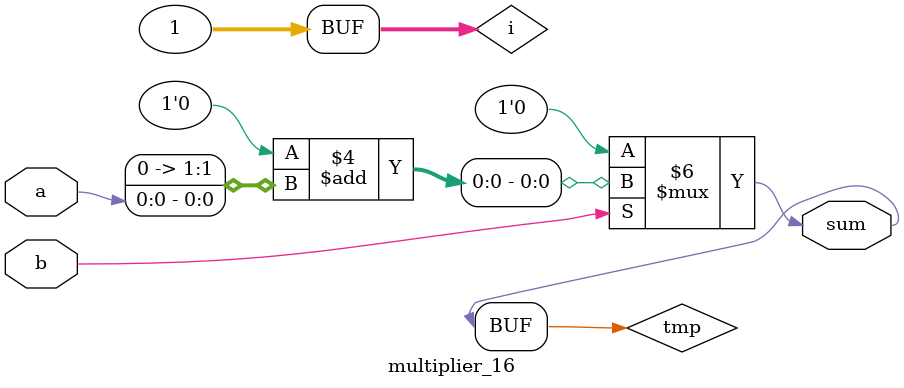
<source format=v>
module multiplier_16(a,b,sum);
parameter N=1;
input[N-1:0] a, b;
output[N-1:0] sum;
reg [(N-1)*2:0] tmp;
integer i;
always @(a or b)
	begin
	tmp = 0;
	for(i=0;i<N;i=i+1)
		begin
		if(b[i]) tmp=tmp + ({{N{1'b0}}, a} << i);
		end
	end
assign sum = tmp[N:0];
endmodule
</source>
